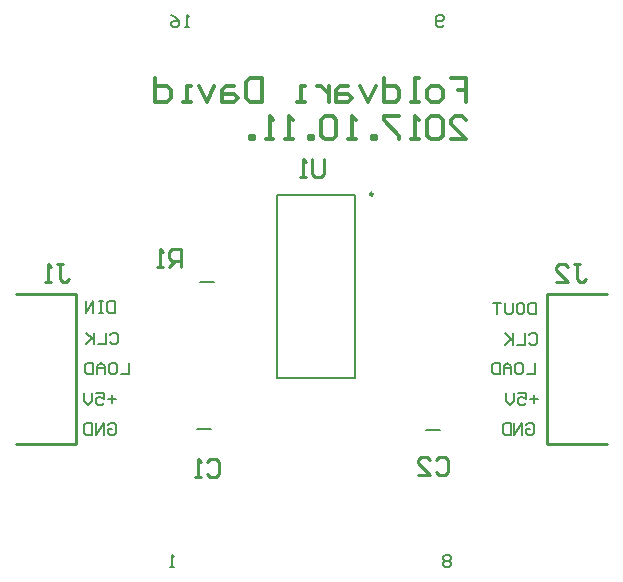
<source format=gbo>
G04 Layer_Color=32896*
%FSLAX43Y43*%
%MOMM*%
G71*
G01*
G75*
%ADD17C,0.250*%
%ADD18C,0.200*%
%ADD19C,0.254*%
%ADD20C,0.300*%
D17*
X30205Y33470D02*
G03*
X30205Y33470I-125J0D01*
G01*
D18*
X15275Y13589D02*
X16475D01*
X28680Y17865D02*
Y33405D01*
X22080Y17865D02*
Y33405D01*
X28680D01*
X22080Y17865D02*
X28680D01*
X15510Y26016D02*
X16710D01*
X34706Y13462D02*
X35906D01*
X7741Y13889D02*
X7908Y14055D01*
X8241D01*
X8407Y13889D01*
Y13222D01*
X8241Y13056D01*
X7908D01*
X7741Y13222D01*
Y13555D01*
X8074D01*
X7408Y13056D02*
Y14055D01*
X6741Y13056D01*
Y14055D01*
X6408D02*
Y13056D01*
X5908D01*
X5742Y13222D01*
Y13889D01*
X5908Y14055D01*
X6408D01*
X43174Y13914D02*
X43341Y14081D01*
X43674D01*
X43840Y13914D01*
Y13248D01*
X43674Y13081D01*
X43341D01*
X43174Y13248D01*
Y13581D01*
X43507D01*
X42841Y13081D02*
Y14081D01*
X42174Y13081D01*
Y14081D01*
X41841D02*
Y13081D01*
X41341D01*
X41175Y13248D01*
Y13914D01*
X41341Y14081D01*
X41841D01*
X8407Y16121D02*
X7741D01*
X8074Y16454D02*
Y15788D01*
X6741Y16621D02*
X7408D01*
Y16121D01*
X7075Y16287D01*
X6908D01*
X6741Y16121D01*
Y15788D01*
X6908Y15621D01*
X7241D01*
X7408Y15788D01*
X6408Y16621D02*
Y15954D01*
X6075Y15621D01*
X5742Y15954D01*
Y16621D01*
X44145Y16121D02*
X43479D01*
X43812Y16454D02*
Y15788D01*
X42479Y16621D02*
X43146D01*
Y16121D01*
X42812Y16287D01*
X42646D01*
X42479Y16121D01*
Y15788D01*
X42646Y15621D01*
X42979D01*
X43146Y15788D01*
X42146Y16621D02*
Y15954D01*
X41813Y15621D01*
X41479Y15954D01*
Y16621D01*
X9500Y19211D02*
Y18212D01*
X8833D01*
X8000Y19211D02*
X8333D01*
X8500Y19045D01*
Y18378D01*
X8333Y18212D01*
X8000D01*
X7833Y18378D01*
Y19045D01*
X8000Y19211D01*
X7500Y18212D02*
Y18878D01*
X7167Y19211D01*
X6834Y18878D01*
Y18212D01*
Y18712D01*
X7500D01*
X6501Y19211D02*
Y18212D01*
X6001D01*
X5834Y18378D01*
Y19045D01*
X6001Y19211D01*
X6501D01*
X43917D02*
Y18212D01*
X43250D01*
X42417Y19211D02*
X42750D01*
X42917Y19045D01*
Y18378D01*
X42750Y18212D01*
X42417D01*
X42250Y18378D01*
Y19045D01*
X42417Y19211D01*
X41917Y18212D02*
Y18878D01*
X41584Y19211D01*
X41251Y18878D01*
Y18212D01*
Y18712D01*
X41917D01*
X40918Y19211D02*
Y18212D01*
X40418D01*
X40251Y18378D01*
Y19045D01*
X40418Y19211D01*
X40918D01*
X7919Y21585D02*
X8085Y21751D01*
X8419D01*
X8585Y21585D01*
Y20918D01*
X8419Y20752D01*
X8085D01*
X7919Y20918D01*
X7586Y21751D02*
Y20752D01*
X6919D01*
X6586Y21751D02*
Y20752D01*
Y21085D01*
X5919Y21751D01*
X6419Y21252D01*
X5919Y20752D01*
X8357Y24444D02*
Y23444D01*
X7857D01*
X7690Y23611D01*
Y24277D01*
X7857Y24444D01*
X8357D01*
X7357D02*
X7024D01*
X7190D01*
Y23444D01*
X7357D01*
X7024D01*
X6524D02*
Y24444D01*
X5857Y23444D01*
Y24444D01*
X44018Y24291D02*
Y23292D01*
X43518D01*
X43352Y23458D01*
Y24125D01*
X43518Y24291D01*
X44018D01*
X42519D02*
X42852D01*
X43019Y24125D01*
Y23458D01*
X42852Y23292D01*
X42519D01*
X42352Y23458D01*
Y24125D01*
X42519Y24291D01*
X42019D02*
Y23458D01*
X41852Y23292D01*
X41519D01*
X41352Y23458D01*
Y24291D01*
X41019D02*
X40353D01*
X40686D01*
Y23292D01*
X43377Y21509D02*
X43544Y21675D01*
X43877D01*
X44044Y21509D01*
Y20842D01*
X43877Y20676D01*
X43544D01*
X43377Y20842D01*
X43044Y21675D02*
Y20676D01*
X42377D01*
X42044Y21675D02*
Y20676D01*
Y21009D01*
X41378Y21675D01*
X41878Y21175D01*
X41378Y20676D01*
X13335Y1905D02*
X13002D01*
X13168D01*
Y2905D01*
X13335Y2738D01*
X36830D02*
X36663Y2905D01*
X36330D01*
X36164Y2738D01*
Y2571D01*
X36330Y2405D01*
X36164Y2238D01*
Y2072D01*
X36330Y1905D01*
X36663D01*
X36830Y2072D01*
Y2238D01*
X36663Y2405D01*
X36830Y2571D01*
Y2738D01*
X36663Y2405D02*
X36330D01*
X36195Y47792D02*
X36028Y47625D01*
X35695D01*
X35529Y47792D01*
Y48458D01*
X35695Y48625D01*
X36028D01*
X36195Y48458D01*
Y48291D01*
X36028Y48125D01*
X35529D01*
X14605Y47625D02*
X14272D01*
X14438D01*
Y48625D01*
X14605Y48458D01*
X13105Y48625D02*
X13439Y48458D01*
X13772Y48125D01*
Y47792D01*
X13605Y47625D01*
X13272D01*
X13105Y47792D01*
Y47958D01*
X13272Y48125D01*
X13772D01*
D19*
X44920Y12300D02*
X50000D01*
X44920D02*
Y25000D01*
X50000D01*
X-0D02*
X5080D01*
Y12300D02*
Y25000D01*
X-0Y12300D02*
X5080D01*
X16129Y10795D02*
X16383Y11049D01*
X16891D01*
X17145Y10795D01*
Y9779D01*
X16891Y9525D01*
X16383D01*
X16129Y9779D01*
X15621Y9525D02*
X15114D01*
X15368D01*
Y11049D01*
X15621Y10795D01*
X13970Y27305D02*
Y28829D01*
X13208D01*
X12954Y28575D01*
Y28067D01*
X13208Y27813D01*
X13970D01*
X13462D02*
X12954Y27305D01*
X12446D02*
X11939D01*
X12193D01*
Y28829D01*
X12446Y28575D01*
X26035Y36449D02*
Y35179D01*
X25781Y34925D01*
X25273D01*
X25019Y35179D01*
Y36449D01*
X24511Y34925D02*
X24004D01*
X24258D01*
Y36449D01*
X24511Y36195D01*
X35560Y10922D02*
X35814Y11176D01*
X36322D01*
X36576Y10922D01*
Y9906D01*
X36322Y9652D01*
X35814D01*
X35560Y9906D01*
X34037Y9652D02*
X35052D01*
X34037Y10668D01*
Y10922D01*
X34291Y11176D01*
X34799D01*
X35052Y10922D01*
X47244Y27559D02*
X47752D01*
X47498D01*
Y26289D01*
X47752Y26035D01*
X48006D01*
X48260Y26289D01*
X45721Y26035D02*
X46736D01*
X45721Y27051D01*
Y27305D01*
X45975Y27559D01*
X46483D01*
X46736Y27305D01*
X3429Y27559D02*
X3937D01*
X3683D01*
Y26289D01*
X3937Y26035D01*
X4191D01*
X4445Y26289D01*
X2921Y26035D02*
X2414D01*
X2668D01*
Y27559D01*
X2921Y27305D01*
D20*
X36767Y43274D02*
X38100D01*
Y42275D01*
X37434D01*
X38100D01*
Y41275D01*
X35767D02*
X35101D01*
X34768Y41608D01*
Y42275D01*
X35101Y42608D01*
X35767D01*
X36101Y42275D01*
Y41608D01*
X35767Y41275D01*
X34101D02*
X33435D01*
X33768D01*
Y43274D01*
X34101D01*
X31102D02*
Y41275D01*
X32102D01*
X32435Y41608D01*
Y42275D01*
X32102Y42608D01*
X31102D01*
X30436D02*
X29769Y41275D01*
X29103Y42608D01*
X28103D02*
X27437D01*
X27104Y42275D01*
Y41275D01*
X28103D01*
X28436Y41608D01*
X28103Y41941D01*
X27104D01*
X26437Y42608D02*
Y41275D01*
Y41941D01*
X26104Y42275D01*
X25771Y42608D01*
X25437D01*
X24438Y41275D02*
X23771D01*
X24105D01*
Y42608D01*
X24438D01*
X20772Y43274D02*
Y41275D01*
X19773D01*
X19439Y41608D01*
Y42941D01*
X19773Y43274D01*
X20772D01*
X18440Y42608D02*
X17773D01*
X17440Y42275D01*
Y41275D01*
X18440D01*
X18773Y41608D01*
X18440Y41941D01*
X17440D01*
X16774Y42608D02*
X16107Y41275D01*
X15441Y42608D01*
X14774Y41275D02*
X14108D01*
X14441D01*
Y42608D01*
X14774D01*
X11775Y43274D02*
Y41275D01*
X12775D01*
X13108Y41608D01*
Y42275D01*
X12775Y42608D01*
X11775D01*
X36767Y38100D02*
X38100D01*
X36767Y39433D01*
Y39766D01*
X37100Y40099D01*
X37767D01*
X38100Y39766D01*
X36101D02*
X35767Y40099D01*
X35101D01*
X34768Y39766D01*
Y38433D01*
X35101Y38100D01*
X35767D01*
X36101Y38433D01*
Y39766D01*
X34101Y38100D02*
X33435D01*
X33768D01*
Y40099D01*
X34101Y39766D01*
X32435Y40099D02*
X31102D01*
Y39766D01*
X32435Y38433D01*
Y38100D01*
X30436D02*
Y38433D01*
X30103D01*
Y38100D01*
X30436D01*
X28770D02*
X28103D01*
X28436D01*
Y40099D01*
X28770Y39766D01*
X27104D02*
X26770Y40099D01*
X26104D01*
X25771Y39766D01*
Y38433D01*
X26104Y38100D01*
X26770D01*
X27104Y38433D01*
Y39766D01*
X25104Y38100D02*
Y38433D01*
X24771D01*
Y38100D01*
X25104D01*
X23438D02*
X22772D01*
X23105D01*
Y40099D01*
X23438Y39766D01*
X21772Y38100D02*
X21105D01*
X21439D01*
Y40099D01*
X21772Y39766D01*
X20106Y38100D02*
Y38433D01*
X19773D01*
Y38100D01*
X20106D01*
M02*

</source>
